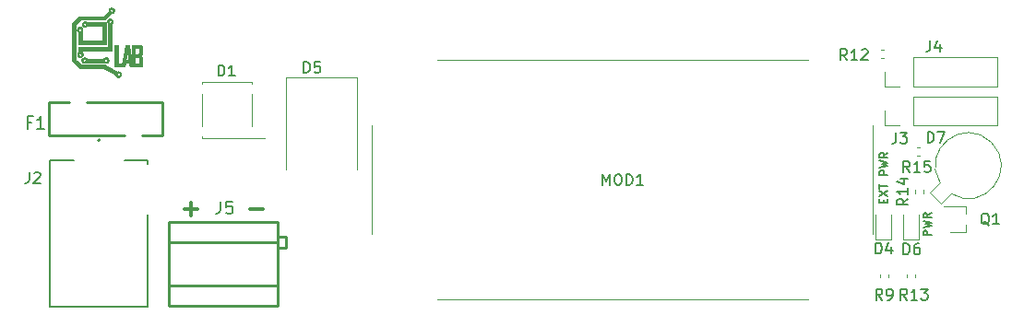
<source format=gto>
G04 #@! TF.GenerationSoftware,KiCad,Pcbnew,(5.1.10)-1*
G04 #@! TF.CreationDate,2021-12-24T20:30:38+01:00*
G04 #@! TF.ProjectId,pi_power_hat,70695f70-6f77-4657-925f-6861742e6b69,1.0*
G04 #@! TF.SameCoordinates,Original*
G04 #@! TF.FileFunction,Legend,Top*
G04 #@! TF.FilePolarity,Positive*
%FSLAX46Y46*%
G04 Gerber Fmt 4.6, Leading zero omitted, Abs format (unit mm)*
G04 Created by KiCad (PCBNEW (5.1.10)-1) date 2021-12-24 20:30:38*
%MOMM*%
%LPD*%
G01*
G04 APERTURE LIST*
%ADD10C,0.300000*%
%ADD11C,0.187500*%
%ADD12C,0.010000*%
%ADD13C,0.127000*%
%ADD14C,0.200000*%
%ADD15C,0.120000*%
%ADD16C,0.254000*%
%ADD17C,0.150000*%
%ADD18C,0.152000*%
%ADD19O,2.102000X4.102000*%
%ADD20O,4.102000X2.102000*%
%ADD21O,1.802000X1.802000*%
%ADD22C,2.802000*%
%ADD23O,1.302000X1.702000*%
%ADD24O,1.302000X1.302000*%
%ADD25C,2.302000*%
%ADD26C,1.902000*%
G04 APERTURE END LIST*
D10*
X113428571Y-112107142D02*
X114571428Y-112107142D01*
X107428571Y-112107142D02*
X108571428Y-112107142D01*
X108000000Y-112678571D02*
X108000000Y-111535714D01*
D11*
X175944285Y-114487000D02*
X175194285Y-114487000D01*
X175194285Y-114201285D01*
X175230000Y-114129857D01*
X175265714Y-114094142D01*
X175337142Y-114058428D01*
X175444285Y-114058428D01*
X175515714Y-114094142D01*
X175551428Y-114129857D01*
X175587142Y-114201285D01*
X175587142Y-114487000D01*
X175194285Y-113808428D02*
X175944285Y-113629857D01*
X175408571Y-113487000D01*
X175944285Y-113344142D01*
X175194285Y-113165571D01*
X175944285Y-112451285D02*
X175587142Y-112701285D01*
X175944285Y-112879857D02*
X175194285Y-112879857D01*
X175194285Y-112594142D01*
X175230000Y-112522714D01*
X175265714Y-112487000D01*
X175337142Y-112451285D01*
X175444285Y-112451285D01*
X175515714Y-112487000D01*
X175551428Y-112522714D01*
X175587142Y-112594142D01*
X175587142Y-112879857D01*
X171551428Y-111504857D02*
X171551428Y-111254857D01*
X171944285Y-111147714D02*
X171944285Y-111504857D01*
X171194285Y-111504857D01*
X171194285Y-111147714D01*
X171194285Y-110897714D02*
X171944285Y-110397714D01*
X171194285Y-110397714D02*
X171944285Y-110897714D01*
X171194285Y-110219142D02*
X171194285Y-109790571D01*
X171944285Y-110004857D02*
X171194285Y-110004857D01*
X171944285Y-108969142D02*
X171194285Y-108969142D01*
X171194285Y-108683428D01*
X171230000Y-108612000D01*
X171265714Y-108576285D01*
X171337142Y-108540571D01*
X171444285Y-108540571D01*
X171515714Y-108576285D01*
X171551428Y-108612000D01*
X171587142Y-108683428D01*
X171587142Y-108969142D01*
X171194285Y-108290571D02*
X171944285Y-108112000D01*
X171408571Y-107969142D01*
X171944285Y-107826285D01*
X171194285Y-107647714D01*
X171944285Y-106933428D02*
X171587142Y-107183428D01*
X171944285Y-107362000D02*
X171194285Y-107362000D01*
X171194285Y-107076285D01*
X171230000Y-107004857D01*
X171265714Y-106969142D01*
X171337142Y-106933428D01*
X171444285Y-106933428D01*
X171515714Y-106969142D01*
X171551428Y-107004857D01*
X171587142Y-107076285D01*
X171587142Y-107362000D01*
D12*
G36*
X100751542Y-93589862D02*
G01*
X100788817Y-93598558D01*
X100800334Y-93603604D01*
X100859390Y-93643279D01*
X100904671Y-93691312D01*
X100935434Y-93746556D01*
X100950933Y-93807863D01*
X100952734Y-93838502D01*
X100945539Y-93906365D01*
X100924376Y-93966585D01*
X100889879Y-94017453D01*
X100883962Y-94023792D01*
X100839301Y-94060404D01*
X100788661Y-94086188D01*
X100736875Y-94098903D01*
X100719855Y-94099851D01*
X100677476Y-94099934D01*
X100381234Y-94396267D01*
X100084991Y-94692600D01*
X98984634Y-94692601D01*
X97884277Y-94692601D01*
X97653205Y-94923112D01*
X97422134Y-95153623D01*
X97422134Y-98346081D01*
X97657140Y-98580974D01*
X97892145Y-98815867D01*
X100044040Y-98815867D01*
X100238037Y-98922566D01*
X100304402Y-98959041D01*
X100378842Y-98999911D01*
X100456015Y-99042247D01*
X100530576Y-99083116D01*
X100597182Y-99119587D01*
X100614067Y-99128825D01*
X100674898Y-99162098D01*
X100745753Y-99200855D01*
X100821797Y-99242455D01*
X100898200Y-99284253D01*
X100970130Y-99323605D01*
X101005451Y-99342931D01*
X101214802Y-99457475D01*
X101246751Y-99446076D01*
X101292260Y-99436364D01*
X101344359Y-99435372D01*
X101395232Y-99442923D01*
X101418062Y-99449960D01*
X101474509Y-99479119D01*
X101521038Y-99520651D01*
X101553867Y-99566104D01*
X101568113Y-99590841D01*
X101576872Y-99610949D01*
X101581470Y-99632060D01*
X101583236Y-99659804D01*
X101583501Y-99691824D01*
X101580213Y-99749554D01*
X101569158Y-99796259D01*
X101548541Y-99836758D01*
X101516571Y-99875868D01*
X101514086Y-99878446D01*
X101469440Y-99915143D01*
X101418694Y-99938357D01*
X101359006Y-99949189D01*
X101328736Y-99950318D01*
X101290578Y-99949437D01*
X101262221Y-99945686D01*
X101236587Y-99937569D01*
X101209698Y-99925145D01*
X101171915Y-99904064D01*
X101143780Y-99881795D01*
X101120691Y-99853625D01*
X101098049Y-99814845D01*
X101093612Y-99806269D01*
X101081887Y-99784181D01*
X101070896Y-99767584D01*
X101057466Y-99753742D01*
X101038424Y-99739923D01*
X101010596Y-99723392D01*
X100973840Y-99703073D01*
X100966622Y-99699122D01*
X101194446Y-99699122D01*
X101202398Y-99741210D01*
X101221457Y-99778650D01*
X101250717Y-99806737D01*
X101251525Y-99807250D01*
X101282412Y-99819112D01*
X101320636Y-99823327D01*
X101360108Y-99820249D01*
X101394736Y-99810235D01*
X101414559Y-99797747D01*
X101444924Y-99758977D01*
X101459499Y-99715299D01*
X101457940Y-99668743D01*
X101443304Y-99627694D01*
X101418886Y-99596850D01*
X101383745Y-99573935D01*
X101343426Y-99562183D01*
X101329501Y-99561306D01*
X101293165Y-99567882D01*
X101255713Y-99585054D01*
X101224617Y-99608988D01*
X101215478Y-99619811D01*
X101198504Y-99657087D01*
X101194446Y-99699122D01*
X100966622Y-99699122D01*
X100791287Y-99603157D01*
X100614797Y-99506499D01*
X100446438Y-99414230D01*
X100288275Y-99327484D01*
X100142376Y-99247393D01*
X100106085Y-99227458D01*
X99957936Y-99146067D01*
X97752324Y-99146067D01*
X97422129Y-98816617D01*
X97091934Y-98487166D01*
X97091934Y-95018648D01*
X97419976Y-94690524D01*
X97748019Y-94362401D01*
X98848921Y-94362400D01*
X99949824Y-94362400D01*
X100192381Y-94118984D01*
X100434938Y-93875567D01*
X100435058Y-93845934D01*
X100563293Y-93845934D01*
X100570145Y-93893624D01*
X100590778Y-93931519D01*
X100625315Y-93959824D01*
X100631001Y-93962897D01*
X100673358Y-93977037D01*
X100716034Y-93977798D01*
X100754227Y-93965337D01*
X100764795Y-93958525D01*
X100798227Y-93926255D01*
X100817149Y-93888513D01*
X100823360Y-93852635D01*
X100820432Y-93804565D01*
X100803588Y-93765937D01*
X100772496Y-93736081D01*
X100762234Y-93729784D01*
X100718182Y-93713456D01*
X100674876Y-93712306D01*
X100635081Y-93724719D01*
X100601565Y-93749080D01*
X100577094Y-93783773D01*
X100564433Y-93827185D01*
X100563293Y-93845934D01*
X100435058Y-93845934D01*
X100435118Y-93831140D01*
X100443528Y-93772862D01*
X100467111Y-93717278D01*
X100504107Y-93667075D01*
X100552753Y-93624938D01*
X100581936Y-93607178D01*
X100615780Y-93595224D01*
X100659206Y-93588290D01*
X100706399Y-93586471D01*
X100751542Y-93589862D01*
G37*
X100751542Y-93589862D02*
X100788817Y-93598558D01*
X100800334Y-93603604D01*
X100859390Y-93643279D01*
X100904671Y-93691312D01*
X100935434Y-93746556D01*
X100950933Y-93807863D01*
X100952734Y-93838502D01*
X100945539Y-93906365D01*
X100924376Y-93966585D01*
X100889879Y-94017453D01*
X100883962Y-94023792D01*
X100839301Y-94060404D01*
X100788661Y-94086188D01*
X100736875Y-94098903D01*
X100719855Y-94099851D01*
X100677476Y-94099934D01*
X100381234Y-94396267D01*
X100084991Y-94692600D01*
X98984634Y-94692601D01*
X97884277Y-94692601D01*
X97653205Y-94923112D01*
X97422134Y-95153623D01*
X97422134Y-98346081D01*
X97657140Y-98580974D01*
X97892145Y-98815867D01*
X100044040Y-98815867D01*
X100238037Y-98922566D01*
X100304402Y-98959041D01*
X100378842Y-98999911D01*
X100456015Y-99042247D01*
X100530576Y-99083116D01*
X100597182Y-99119587D01*
X100614067Y-99128825D01*
X100674898Y-99162098D01*
X100745753Y-99200855D01*
X100821797Y-99242455D01*
X100898200Y-99284253D01*
X100970130Y-99323605D01*
X101005451Y-99342931D01*
X101214802Y-99457475D01*
X101246751Y-99446076D01*
X101292260Y-99436364D01*
X101344359Y-99435372D01*
X101395232Y-99442923D01*
X101418062Y-99449960D01*
X101474509Y-99479119D01*
X101521038Y-99520651D01*
X101553867Y-99566104D01*
X101568113Y-99590841D01*
X101576872Y-99610949D01*
X101581470Y-99632060D01*
X101583236Y-99659804D01*
X101583501Y-99691824D01*
X101580213Y-99749554D01*
X101569158Y-99796259D01*
X101548541Y-99836758D01*
X101516571Y-99875868D01*
X101514086Y-99878446D01*
X101469440Y-99915143D01*
X101418694Y-99938357D01*
X101359006Y-99949189D01*
X101328736Y-99950318D01*
X101290578Y-99949437D01*
X101262221Y-99945686D01*
X101236587Y-99937569D01*
X101209698Y-99925145D01*
X101171915Y-99904064D01*
X101143780Y-99881795D01*
X101120691Y-99853625D01*
X101098049Y-99814845D01*
X101093612Y-99806269D01*
X101081887Y-99784181D01*
X101070896Y-99767584D01*
X101057466Y-99753742D01*
X101038424Y-99739923D01*
X101010596Y-99723392D01*
X100973840Y-99703073D01*
X100966622Y-99699122D01*
X101194446Y-99699122D01*
X101202398Y-99741210D01*
X101221457Y-99778650D01*
X101250717Y-99806737D01*
X101251525Y-99807250D01*
X101282412Y-99819112D01*
X101320636Y-99823327D01*
X101360108Y-99820249D01*
X101394736Y-99810235D01*
X101414559Y-99797747D01*
X101444924Y-99758977D01*
X101459499Y-99715299D01*
X101457940Y-99668743D01*
X101443304Y-99627694D01*
X101418886Y-99596850D01*
X101383745Y-99573935D01*
X101343426Y-99562183D01*
X101329501Y-99561306D01*
X101293165Y-99567882D01*
X101255713Y-99585054D01*
X101224617Y-99608988D01*
X101215478Y-99619811D01*
X101198504Y-99657087D01*
X101194446Y-99699122D01*
X100966622Y-99699122D01*
X100791287Y-99603157D01*
X100614797Y-99506499D01*
X100446438Y-99414230D01*
X100288275Y-99327484D01*
X100142376Y-99247393D01*
X100106085Y-99227458D01*
X99957936Y-99146067D01*
X97752324Y-99146067D01*
X97422129Y-98816617D01*
X97091934Y-98487166D01*
X97091934Y-95018648D01*
X97419976Y-94690524D01*
X97748019Y-94362401D01*
X98848921Y-94362400D01*
X99949824Y-94362400D01*
X100192381Y-94118984D01*
X100434938Y-93875567D01*
X100435058Y-93845934D01*
X100563293Y-93845934D01*
X100570145Y-93893624D01*
X100590778Y-93931519D01*
X100625315Y-93959824D01*
X100631001Y-93962897D01*
X100673358Y-93977037D01*
X100716034Y-93977798D01*
X100754227Y-93965337D01*
X100764795Y-93958525D01*
X100798227Y-93926255D01*
X100817149Y-93888513D01*
X100823360Y-93852635D01*
X100820432Y-93804565D01*
X100803588Y-93765937D01*
X100772496Y-93736081D01*
X100762234Y-93729784D01*
X100718182Y-93713456D01*
X100674876Y-93712306D01*
X100635081Y-93724719D01*
X100601565Y-93749080D01*
X100577094Y-93783773D01*
X100564433Y-93827185D01*
X100563293Y-93845934D01*
X100435058Y-93845934D01*
X100435118Y-93831140D01*
X100443528Y-93772862D01*
X100467111Y-93717278D01*
X100504107Y-93667075D01*
X100552753Y-93624938D01*
X100581936Y-93607178D01*
X100615780Y-93595224D01*
X100659206Y-93588290D01*
X100706399Y-93586471D01*
X100751542Y-93589862D01*
G36*
X102314929Y-97090599D02*
G01*
X102321322Y-97124475D01*
X102328459Y-97164426D01*
X102332865Y-97190267D01*
X102337575Y-97217210D01*
X102344783Y-97256659D01*
X102353724Y-97304503D01*
X102363631Y-97356632D01*
X102370730Y-97393467D01*
X102381172Y-97447439D01*
X102393810Y-97512967D01*
X102407666Y-97584973D01*
X102421764Y-97658378D01*
X102435127Y-97728105D01*
X102438328Y-97744834D01*
X102460014Y-97858229D01*
X102478767Y-97956301D01*
X102494837Y-98040358D01*
X102508473Y-98111706D01*
X102519924Y-98171654D01*
X102529441Y-98221511D01*
X102537273Y-98262583D01*
X102543669Y-98296179D01*
X102548880Y-98323607D01*
X102553155Y-98346174D01*
X102556743Y-98365189D01*
X102557831Y-98370974D01*
X102563906Y-98402391D01*
X102568880Y-98426472D01*
X102571903Y-98439154D01*
X102572297Y-98440123D01*
X102572544Y-98432149D01*
X102572721Y-98408489D01*
X102572830Y-98370392D01*
X102572871Y-98319108D01*
X102572845Y-98255883D01*
X102572755Y-98181966D01*
X102572628Y-98113134D01*
X102874667Y-98113134D01*
X102874667Y-98748134D01*
X103238734Y-98748134D01*
X103238734Y-98206371D01*
X103167949Y-98159752D01*
X103097163Y-98113134D01*
X102874667Y-98113134D01*
X102572628Y-98113134D01*
X102572601Y-98098606D01*
X102572384Y-98007051D01*
X102572107Y-97908548D01*
X102571770Y-97804347D01*
X102571572Y-97748631D01*
X102569969Y-97308801D01*
X102874667Y-97308801D01*
X102874667Y-97868938D01*
X102985280Y-97864198D01*
X103027449Y-97861981D01*
X103063824Y-97859301D01*
X103090879Y-97856473D01*
X103105091Y-97853812D01*
X103105930Y-97853427D01*
X103117143Y-97845882D01*
X103138085Y-97831152D01*
X103164800Y-97812028D01*
X103173117Y-97806019D01*
X103230267Y-97764642D01*
X103230267Y-97308801D01*
X102874667Y-97308801D01*
X102569969Y-97308801D01*
X102569044Y-97055330D01*
X102589318Y-97050241D01*
X102601676Y-97049274D01*
X102629218Y-97048479D01*
X102670195Y-97047865D01*
X102722860Y-97047442D01*
X102785462Y-97047221D01*
X102856255Y-97047210D01*
X102933489Y-97047421D01*
X103015180Y-97047860D01*
X103109848Y-97048544D01*
X103189057Y-97049261D01*
X103254282Y-97050069D01*
X103306996Y-97051024D01*
X103348674Y-97052184D01*
X103380791Y-97053605D01*
X103404820Y-97055346D01*
X103422236Y-97057462D01*
X103434513Y-97060013D01*
X103443126Y-97063053D01*
X103446167Y-97064579D01*
X103485886Y-97095253D01*
X103512459Y-97135410D01*
X103516961Y-97147081D01*
X103519474Y-97163184D01*
X103521621Y-97193776D01*
X103523397Y-97236417D01*
X103524799Y-97288664D01*
X103525824Y-97348078D01*
X103526467Y-97412217D01*
X103526724Y-97478642D01*
X103526592Y-97544910D01*
X103526066Y-97608582D01*
X103525143Y-97667217D01*
X103523819Y-97718374D01*
X103522090Y-97759611D01*
X103519952Y-97788490D01*
X103517998Y-97800863D01*
X103503815Y-97837125D01*
X103481370Y-97869183D01*
X103448026Y-97899983D01*
X103401149Y-97932472D01*
X103399300Y-97933633D01*
X103368851Y-97953145D01*
X103344434Y-97969643D01*
X103329226Y-97980932D01*
X103325785Y-97984433D01*
X103331704Y-97991119D01*
X103349125Y-98004213D01*
X103374976Y-98021500D01*
X103392251Y-98032347D01*
X103451107Y-98073472D01*
X103494199Y-98114695D01*
X103521057Y-98155526D01*
X103527260Y-98172018D01*
X103529608Y-98189248D01*
X103531463Y-98222767D01*
X103532815Y-98271940D01*
X103533654Y-98336127D01*
X103533969Y-98414694D01*
X103533750Y-98507002D01*
X103533430Y-98559140D01*
X103532769Y-98646344D01*
X103532118Y-98718223D01*
X103531392Y-98776381D01*
X103530506Y-98822425D01*
X103529375Y-98857962D01*
X103527916Y-98884598D01*
X103526042Y-98903941D01*
X103523670Y-98917595D01*
X103520715Y-98927168D01*
X103517092Y-98934267D01*
X103513377Y-98939617D01*
X103486347Y-98969085D01*
X103454872Y-98988289D01*
X103413655Y-99000154D01*
X103399332Y-99002607D01*
X103378841Y-99004360D01*
X103342673Y-99005858D01*
X103292084Y-99007087D01*
X103228331Y-99008034D01*
X103152668Y-99008683D01*
X103066351Y-99009021D01*
X102970636Y-99009034D01*
X102866778Y-99008707D01*
X102861967Y-99008684D01*
X102379367Y-99006367D01*
X102360878Y-98880272D01*
X102353440Y-98830154D01*
X102345923Y-98780555D01*
X102339091Y-98736442D01*
X102333704Y-98702780D01*
X102332596Y-98696122D01*
X102322804Y-98638067D01*
X102146687Y-98638067D01*
X102087901Y-98638108D01*
X102043848Y-98638387D01*
X102012327Y-98639134D01*
X101991140Y-98640582D01*
X101978085Y-98642963D01*
X101970961Y-98646508D01*
X101967570Y-98651450D01*
X101965931Y-98657117D01*
X101963198Y-98671497D01*
X101958514Y-98699488D01*
X101952382Y-98737947D01*
X101945305Y-98783729D01*
X101939178Y-98824334D01*
X101931522Y-98873781D01*
X101924088Y-98918465D01*
X101917440Y-98955239D01*
X101912141Y-98980956D01*
X101909214Y-98991551D01*
X101901364Y-99010601D01*
X101456416Y-99010601D01*
X101353834Y-99010518D01*
X101267064Y-99010254D01*
X101194989Y-99009782D01*
X101136490Y-99009074D01*
X101090445Y-99008106D01*
X101055738Y-99006850D01*
X101031248Y-99005280D01*
X101015856Y-99003370D01*
X101008443Y-99001093D01*
X101007439Y-99000017D01*
X101006930Y-98990323D01*
X101006478Y-98964771D01*
X101006083Y-98924435D01*
X101005749Y-98870391D01*
X101005476Y-98803712D01*
X101005268Y-98725474D01*
X101005125Y-98636751D01*
X101005050Y-98538618D01*
X101005046Y-98432151D01*
X101005114Y-98318424D01*
X101005256Y-98198511D01*
X101005474Y-98073487D01*
X101005588Y-98020001D01*
X101007767Y-97050567D01*
X101295634Y-97050567D01*
X101297782Y-97893001D01*
X101299929Y-98735434D01*
X101475582Y-98733092D01*
X101528793Y-98732234D01*
X101576453Y-98731183D01*
X101615890Y-98730021D01*
X101644434Y-98728831D01*
X101659411Y-98727693D01*
X101660755Y-98727415D01*
X101667369Y-98717761D01*
X101673515Y-98696939D01*
X101675931Y-98683191D01*
X101679313Y-98662223D01*
X101685392Y-98627968D01*
X101693555Y-98583746D01*
X101703189Y-98532877D01*
X101713680Y-98478679D01*
X101714799Y-98472967D01*
X101726773Y-98411690D01*
X101734768Y-98370565D01*
X102011067Y-98370565D01*
X102013105Y-98375419D01*
X102020762Y-98378811D01*
X102036352Y-98380932D01*
X102062191Y-98381969D01*
X102100592Y-98382111D01*
X102146876Y-98381643D01*
X102197541Y-98380877D01*
X102233631Y-98379923D01*
X102257508Y-98378443D01*
X102271530Y-98376103D01*
X102278056Y-98372567D01*
X102279446Y-98367498D01*
X102278636Y-98362901D01*
X102275668Y-98347542D01*
X102270193Y-98315901D01*
X102262283Y-98268429D01*
X102252013Y-98205581D01*
X102239456Y-98127808D01*
X102224686Y-98035562D01*
X102207775Y-97929298D01*
X102188798Y-97809467D01*
X102188618Y-97808334D01*
X102178971Y-97747657D01*
X102169947Y-97691608D01*
X102161951Y-97642629D01*
X102155383Y-97603165D01*
X102150646Y-97575657D01*
X102148203Y-97562801D01*
X102144613Y-97549213D01*
X102142497Y-97550717D01*
X102140325Y-97567034D01*
X102138105Y-97582784D01*
X102133461Y-97613071D01*
X102126746Y-97655728D01*
X102118312Y-97708586D01*
X102108509Y-97769478D01*
X102097691Y-97836237D01*
X102086208Y-97906695D01*
X102074412Y-97978685D01*
X102062655Y-98050039D01*
X102051289Y-98118589D01*
X102040666Y-98182167D01*
X102036337Y-98207889D01*
X102028180Y-98256932D01*
X102021119Y-98300709D01*
X102015612Y-98336274D01*
X102012116Y-98360680D01*
X102011067Y-98370565D01*
X101734768Y-98370565D01*
X101740829Y-98339395D01*
X101755880Y-98261695D01*
X101770838Y-98184207D01*
X101784616Y-98112546D01*
X101786938Y-98100434D01*
X101799921Y-98032865D01*
X101813860Y-97960675D01*
X101827790Y-97888840D01*
X101840744Y-97822335D01*
X101851757Y-97766138D01*
X101854288Y-97753301D01*
X101868607Y-97680511D01*
X101885307Y-97595156D01*
X101903596Y-97501305D01*
X101922684Y-97403027D01*
X101941779Y-97304390D01*
X101960093Y-97209463D01*
X101971108Y-97152167D01*
X101990610Y-97050567D01*
X102148367Y-97048266D01*
X102306123Y-97045965D01*
X102314929Y-97090599D01*
G37*
X102314929Y-97090599D02*
X102321322Y-97124475D01*
X102328459Y-97164426D01*
X102332865Y-97190267D01*
X102337575Y-97217210D01*
X102344783Y-97256659D01*
X102353724Y-97304503D01*
X102363631Y-97356632D01*
X102370730Y-97393467D01*
X102381172Y-97447439D01*
X102393810Y-97512967D01*
X102407666Y-97584973D01*
X102421764Y-97658378D01*
X102435127Y-97728105D01*
X102438328Y-97744834D01*
X102460014Y-97858229D01*
X102478767Y-97956301D01*
X102494837Y-98040358D01*
X102508473Y-98111706D01*
X102519924Y-98171654D01*
X102529441Y-98221511D01*
X102537273Y-98262583D01*
X102543669Y-98296179D01*
X102548880Y-98323607D01*
X102553155Y-98346174D01*
X102556743Y-98365189D01*
X102557831Y-98370974D01*
X102563906Y-98402391D01*
X102568880Y-98426472D01*
X102571903Y-98439154D01*
X102572297Y-98440123D01*
X102572544Y-98432149D01*
X102572721Y-98408489D01*
X102572830Y-98370392D01*
X102572871Y-98319108D01*
X102572845Y-98255883D01*
X102572755Y-98181966D01*
X102572628Y-98113134D01*
X102874667Y-98113134D01*
X102874667Y-98748134D01*
X103238734Y-98748134D01*
X103238734Y-98206371D01*
X103167949Y-98159752D01*
X103097163Y-98113134D01*
X102874667Y-98113134D01*
X102572628Y-98113134D01*
X102572601Y-98098606D01*
X102572384Y-98007051D01*
X102572107Y-97908548D01*
X102571770Y-97804347D01*
X102571572Y-97748631D01*
X102569969Y-97308801D01*
X102874667Y-97308801D01*
X102874667Y-97868938D01*
X102985280Y-97864198D01*
X103027449Y-97861981D01*
X103063824Y-97859301D01*
X103090879Y-97856473D01*
X103105091Y-97853812D01*
X103105930Y-97853427D01*
X103117143Y-97845882D01*
X103138085Y-97831152D01*
X103164800Y-97812028D01*
X103173117Y-97806019D01*
X103230267Y-97764642D01*
X103230267Y-97308801D01*
X102874667Y-97308801D01*
X102569969Y-97308801D01*
X102569044Y-97055330D01*
X102589318Y-97050241D01*
X102601676Y-97049274D01*
X102629218Y-97048479D01*
X102670195Y-97047865D01*
X102722860Y-97047442D01*
X102785462Y-97047221D01*
X102856255Y-97047210D01*
X102933489Y-97047421D01*
X103015180Y-97047860D01*
X103109848Y-97048544D01*
X103189057Y-97049261D01*
X103254282Y-97050069D01*
X103306996Y-97051024D01*
X103348674Y-97052184D01*
X103380791Y-97053605D01*
X103404820Y-97055346D01*
X103422236Y-97057462D01*
X103434513Y-97060013D01*
X103443126Y-97063053D01*
X103446167Y-97064579D01*
X103485886Y-97095253D01*
X103512459Y-97135410D01*
X103516961Y-97147081D01*
X103519474Y-97163184D01*
X103521621Y-97193776D01*
X103523397Y-97236417D01*
X103524799Y-97288664D01*
X103525824Y-97348078D01*
X103526467Y-97412217D01*
X103526724Y-97478642D01*
X103526592Y-97544910D01*
X103526066Y-97608582D01*
X103525143Y-97667217D01*
X103523819Y-97718374D01*
X103522090Y-97759611D01*
X103519952Y-97788490D01*
X103517998Y-97800863D01*
X103503815Y-97837125D01*
X103481370Y-97869183D01*
X103448026Y-97899983D01*
X103401149Y-97932472D01*
X103399300Y-97933633D01*
X103368851Y-97953145D01*
X103344434Y-97969643D01*
X103329226Y-97980932D01*
X103325785Y-97984433D01*
X103331704Y-97991119D01*
X103349125Y-98004213D01*
X103374976Y-98021500D01*
X103392251Y-98032347D01*
X103451107Y-98073472D01*
X103494199Y-98114695D01*
X103521057Y-98155526D01*
X103527260Y-98172018D01*
X103529608Y-98189248D01*
X103531463Y-98222767D01*
X103532815Y-98271940D01*
X103533654Y-98336127D01*
X103533969Y-98414694D01*
X103533750Y-98507002D01*
X103533430Y-98559140D01*
X103532769Y-98646344D01*
X103532118Y-98718223D01*
X103531392Y-98776381D01*
X103530506Y-98822425D01*
X103529375Y-98857962D01*
X103527916Y-98884598D01*
X103526042Y-98903941D01*
X103523670Y-98917595D01*
X103520715Y-98927168D01*
X103517092Y-98934267D01*
X103513377Y-98939617D01*
X103486347Y-98969085D01*
X103454872Y-98988289D01*
X103413655Y-99000154D01*
X103399332Y-99002607D01*
X103378841Y-99004360D01*
X103342673Y-99005858D01*
X103292084Y-99007087D01*
X103228331Y-99008034D01*
X103152668Y-99008683D01*
X103066351Y-99009021D01*
X102970636Y-99009034D01*
X102866778Y-99008707D01*
X102861967Y-99008684D01*
X102379367Y-99006367D01*
X102360878Y-98880272D01*
X102353440Y-98830154D01*
X102345923Y-98780555D01*
X102339091Y-98736442D01*
X102333704Y-98702780D01*
X102332596Y-98696122D01*
X102322804Y-98638067D01*
X102146687Y-98638067D01*
X102087901Y-98638108D01*
X102043848Y-98638387D01*
X102012327Y-98639134D01*
X101991140Y-98640582D01*
X101978085Y-98642963D01*
X101970961Y-98646508D01*
X101967570Y-98651450D01*
X101965931Y-98657117D01*
X101963198Y-98671497D01*
X101958514Y-98699488D01*
X101952382Y-98737947D01*
X101945305Y-98783729D01*
X101939178Y-98824334D01*
X101931522Y-98873781D01*
X101924088Y-98918465D01*
X101917440Y-98955239D01*
X101912141Y-98980956D01*
X101909214Y-98991551D01*
X101901364Y-99010601D01*
X101456416Y-99010601D01*
X101353834Y-99010518D01*
X101267064Y-99010254D01*
X101194989Y-99009782D01*
X101136490Y-99009074D01*
X101090445Y-99008106D01*
X101055738Y-99006850D01*
X101031248Y-99005280D01*
X101015856Y-99003370D01*
X101008443Y-99001093D01*
X101007439Y-99000017D01*
X101006930Y-98990323D01*
X101006478Y-98964771D01*
X101006083Y-98924435D01*
X101005749Y-98870391D01*
X101005476Y-98803712D01*
X101005268Y-98725474D01*
X101005125Y-98636751D01*
X101005050Y-98538618D01*
X101005046Y-98432151D01*
X101005114Y-98318424D01*
X101005256Y-98198511D01*
X101005474Y-98073487D01*
X101005588Y-98020001D01*
X101007767Y-97050567D01*
X101295634Y-97050567D01*
X101297782Y-97893001D01*
X101299929Y-98735434D01*
X101475582Y-98733092D01*
X101528793Y-98732234D01*
X101576453Y-98731183D01*
X101615890Y-98730021D01*
X101644434Y-98728831D01*
X101659411Y-98727693D01*
X101660755Y-98727415D01*
X101667369Y-98717761D01*
X101673515Y-98696939D01*
X101675931Y-98683191D01*
X101679313Y-98662223D01*
X101685392Y-98627968D01*
X101693555Y-98583746D01*
X101703189Y-98532877D01*
X101713680Y-98478679D01*
X101714799Y-98472967D01*
X101726773Y-98411690D01*
X101734768Y-98370565D01*
X102011067Y-98370565D01*
X102013105Y-98375419D01*
X102020762Y-98378811D01*
X102036352Y-98380932D01*
X102062191Y-98381969D01*
X102100592Y-98382111D01*
X102146876Y-98381643D01*
X102197541Y-98380877D01*
X102233631Y-98379923D01*
X102257508Y-98378443D01*
X102271530Y-98376103D01*
X102278056Y-98372567D01*
X102279446Y-98367498D01*
X102278636Y-98362901D01*
X102275668Y-98347542D01*
X102270193Y-98315901D01*
X102262283Y-98268429D01*
X102252013Y-98205581D01*
X102239456Y-98127808D01*
X102224686Y-98035562D01*
X102207775Y-97929298D01*
X102188798Y-97809467D01*
X102188618Y-97808334D01*
X102178971Y-97747657D01*
X102169947Y-97691608D01*
X102161951Y-97642629D01*
X102155383Y-97603165D01*
X102150646Y-97575657D01*
X102148203Y-97562801D01*
X102144613Y-97549213D01*
X102142497Y-97550717D01*
X102140325Y-97567034D01*
X102138105Y-97582784D01*
X102133461Y-97613071D01*
X102126746Y-97655728D01*
X102118312Y-97708586D01*
X102108509Y-97769478D01*
X102097691Y-97836237D01*
X102086208Y-97906695D01*
X102074412Y-97978685D01*
X102062655Y-98050039D01*
X102051289Y-98118589D01*
X102040666Y-98182167D01*
X102036337Y-98207889D01*
X102028180Y-98256932D01*
X102021119Y-98300709D01*
X102015612Y-98336274D01*
X102012116Y-98360680D01*
X102011067Y-98370565D01*
X101734768Y-98370565D01*
X101740829Y-98339395D01*
X101755880Y-98261695D01*
X101770838Y-98184207D01*
X101784616Y-98112546D01*
X101786938Y-98100434D01*
X101799921Y-98032865D01*
X101813860Y-97960675D01*
X101827790Y-97888840D01*
X101840744Y-97822335D01*
X101851757Y-97766138D01*
X101854288Y-97753301D01*
X101868607Y-97680511D01*
X101885307Y-97595156D01*
X101903596Y-97501305D01*
X101922684Y-97403027D01*
X101941779Y-97304390D01*
X101960093Y-97209463D01*
X101971108Y-97152167D01*
X101990610Y-97050567D01*
X102148367Y-97048266D01*
X102306123Y-97045965D01*
X102314929Y-97090599D01*
G36*
X100215851Y-98143804D02*
G01*
X100243861Y-98147500D01*
X100269132Y-98155603D01*
X100295377Y-98167904D01*
X100348679Y-98203214D01*
X100389554Y-98247250D01*
X100418154Y-98297710D01*
X100434629Y-98352293D01*
X100439130Y-98408699D01*
X100431809Y-98464627D01*
X100412816Y-98517776D01*
X100382303Y-98565845D01*
X100340420Y-98606535D01*
X100287320Y-98637543D01*
X100263956Y-98646400D01*
X100209274Y-98659898D01*
X100159447Y-98661515D01*
X100109393Y-98650777D01*
X100054030Y-98627211D01*
X100053109Y-98626746D01*
X99991767Y-98595658D01*
X98391567Y-98595658D01*
X98329558Y-98627084D01*
X98265755Y-98652058D01*
X98203618Y-98662000D01*
X98145254Y-98656648D01*
X98129100Y-98652120D01*
X98088311Y-98636647D01*
X98056380Y-98618486D01*
X98025348Y-98592969D01*
X98020453Y-98588383D01*
X97979193Y-98538405D01*
X97952346Y-98481682D01*
X97940528Y-98420830D01*
X97942801Y-98383799D01*
X98067046Y-98383799D01*
X98067576Y-98424874D01*
X98080734Y-98462582D01*
X98104386Y-98494676D01*
X98136397Y-98518913D01*
X98174633Y-98533045D01*
X98216960Y-98534827D01*
X98255256Y-98524666D01*
X98290071Y-98501725D01*
X98315887Y-98468176D01*
X98331160Y-98428296D01*
X98333568Y-98396564D01*
X100046321Y-98396564D01*
X100050667Y-98437250D01*
X100067310Y-98474802D01*
X100096145Y-98505699D01*
X100114838Y-98517417D01*
X100156419Y-98533029D01*
X100195438Y-98534029D01*
X100237652Y-98520555D01*
X100238109Y-98520348D01*
X100273113Y-98496248D01*
X100297283Y-98462978D01*
X100310340Y-98424139D01*
X100312003Y-98383330D01*
X100301990Y-98344152D01*
X100280022Y-98310205D01*
X100256009Y-98290633D01*
X100221559Y-98277737D01*
X100180078Y-98273778D01*
X100138911Y-98278743D01*
X100108106Y-98290888D01*
X100074936Y-98319863D01*
X100054376Y-98356261D01*
X100046321Y-98396564D01*
X98333568Y-98396564D01*
X98334343Y-98386359D01*
X98323891Y-98346644D01*
X98321378Y-98341734D01*
X98293535Y-98305331D01*
X98256987Y-98283037D01*
X98210595Y-98274209D01*
X98201067Y-98274001D01*
X98152707Y-98280487D01*
X98114529Y-98300284D01*
X98085638Y-98333899D01*
X98081277Y-98341602D01*
X98067046Y-98383799D01*
X97942801Y-98383799D01*
X97944357Y-98358464D01*
X97956285Y-98316334D01*
X97987559Y-98255586D01*
X98030059Y-98207236D01*
X98082778Y-98171974D01*
X98144710Y-98150490D01*
X98208697Y-98143487D01*
X98244850Y-98143995D01*
X98271119Y-98147525D01*
X98294487Y-98155631D01*
X98318376Y-98167882D01*
X98350179Y-98188877D01*
X98381412Y-98214811D01*
X98395644Y-98229265D01*
X98427569Y-98265534D01*
X99949854Y-98265534D01*
X99985525Y-98227629D01*
X100014161Y-98201604D01*
X100047845Y-98177060D01*
X100065748Y-98166492D01*
X100092694Y-98153972D01*
X100117901Y-98146830D01*
X100148145Y-98143651D01*
X100178034Y-98143014D01*
X100215851Y-98143804D01*
G37*
X100215851Y-98143804D02*
X100243861Y-98147500D01*
X100269132Y-98155603D01*
X100295377Y-98167904D01*
X100348679Y-98203214D01*
X100389554Y-98247250D01*
X100418154Y-98297710D01*
X100434629Y-98352293D01*
X100439130Y-98408699D01*
X100431809Y-98464627D01*
X100412816Y-98517776D01*
X100382303Y-98565845D01*
X100340420Y-98606535D01*
X100287320Y-98637543D01*
X100263956Y-98646400D01*
X100209274Y-98659898D01*
X100159447Y-98661515D01*
X100109393Y-98650777D01*
X100054030Y-98627211D01*
X100053109Y-98626746D01*
X99991767Y-98595658D01*
X98391567Y-98595658D01*
X98329558Y-98627084D01*
X98265755Y-98652058D01*
X98203618Y-98662000D01*
X98145254Y-98656648D01*
X98129100Y-98652120D01*
X98088311Y-98636647D01*
X98056380Y-98618486D01*
X98025348Y-98592969D01*
X98020453Y-98588383D01*
X97979193Y-98538405D01*
X97952346Y-98481682D01*
X97940528Y-98420830D01*
X97942801Y-98383799D01*
X98067046Y-98383799D01*
X98067576Y-98424874D01*
X98080734Y-98462582D01*
X98104386Y-98494676D01*
X98136397Y-98518913D01*
X98174633Y-98533045D01*
X98216960Y-98534827D01*
X98255256Y-98524666D01*
X98290071Y-98501725D01*
X98315887Y-98468176D01*
X98331160Y-98428296D01*
X98333568Y-98396564D01*
X100046321Y-98396564D01*
X100050667Y-98437250D01*
X100067310Y-98474802D01*
X100096145Y-98505699D01*
X100114838Y-98517417D01*
X100156419Y-98533029D01*
X100195438Y-98534029D01*
X100237652Y-98520555D01*
X100238109Y-98520348D01*
X100273113Y-98496248D01*
X100297283Y-98462978D01*
X100310340Y-98424139D01*
X100312003Y-98383330D01*
X100301990Y-98344152D01*
X100280022Y-98310205D01*
X100256009Y-98290633D01*
X100221559Y-98277737D01*
X100180078Y-98273778D01*
X100138911Y-98278743D01*
X100108106Y-98290888D01*
X100074936Y-98319863D01*
X100054376Y-98356261D01*
X100046321Y-98396564D01*
X98333568Y-98396564D01*
X98334343Y-98386359D01*
X98323891Y-98346644D01*
X98321378Y-98341734D01*
X98293535Y-98305331D01*
X98256987Y-98283037D01*
X98210595Y-98274209D01*
X98201067Y-98274001D01*
X98152707Y-98280487D01*
X98114529Y-98300284D01*
X98085638Y-98333899D01*
X98081277Y-98341602D01*
X98067046Y-98383799D01*
X97942801Y-98383799D01*
X97944357Y-98358464D01*
X97956285Y-98316334D01*
X97987559Y-98255586D01*
X98030059Y-98207236D01*
X98082778Y-98171974D01*
X98144710Y-98150490D01*
X98208697Y-98143487D01*
X98244850Y-98143995D01*
X98271119Y-98147525D01*
X98294487Y-98155631D01*
X98318376Y-98167882D01*
X98350179Y-98188877D01*
X98381412Y-98214811D01*
X98395644Y-98229265D01*
X98427569Y-98265534D01*
X99949854Y-98265534D01*
X99985525Y-98227629D01*
X100014161Y-98201604D01*
X100047845Y-98177060D01*
X100065748Y-98166492D01*
X100092694Y-98153972D01*
X100117901Y-98146830D01*
X100148145Y-98143651D01*
X100178034Y-98143014D01*
X100215851Y-98143804D01*
G36*
X100644643Y-94587045D02*
G01*
X100700625Y-94610886D01*
X100750487Y-94648629D01*
X100792280Y-94699535D01*
X100814828Y-94740707D01*
X100826133Y-94768054D01*
X100832072Y-94792032D01*
X100833733Y-94819589D01*
X100832468Y-94853245D01*
X100822176Y-94917218D01*
X100798406Y-94972486D01*
X100759766Y-95022202D01*
X100756485Y-95025540D01*
X100732658Y-95049446D01*
X100730512Y-96270140D01*
X100728367Y-97490834D01*
X97972467Y-97495118D01*
X97972467Y-97666998D01*
X98013492Y-97710376D01*
X98049809Y-97757008D01*
X98071940Y-97806720D01*
X98081220Y-97863339D01*
X98081071Y-97904224D01*
X98069907Y-97970552D01*
X98044135Y-98028384D01*
X98004027Y-98077297D01*
X97949857Y-98116872D01*
X97938600Y-98122989D01*
X97905627Y-98134658D01*
X97862965Y-98142372D01*
X97816970Y-98145683D01*
X97774000Y-98144144D01*
X97740411Y-98137305D01*
X97739634Y-98137020D01*
X97693756Y-98113293D01*
X97649658Y-98078755D01*
X97611959Y-98037818D01*
X97585281Y-97994891D01*
X97581550Y-97986134D01*
X97564273Y-97920877D01*
X97564031Y-97884534D01*
X97693112Y-97884534D01*
X97700366Y-97931193D01*
X97720377Y-97969824D01*
X97750444Y-97998767D01*
X97787867Y-98016362D01*
X97829945Y-98020947D01*
X97873977Y-98010863D01*
X97887933Y-98004324D01*
X97923930Y-97977326D01*
X97946137Y-97941357D01*
X97955228Y-97895214D01*
X97955534Y-97883430D01*
X97954686Y-97855157D01*
X97950237Y-97835721D01*
X97939325Y-97818281D01*
X97919092Y-97795998D01*
X97918885Y-97795783D01*
X97897777Y-97774735D01*
X97881437Y-97763295D01*
X97863241Y-97758546D01*
X97836562Y-97757568D01*
X97832102Y-97757565D01*
X97781814Y-97764248D01*
X97741472Y-97783380D01*
X97712470Y-97813686D01*
X97696200Y-97853895D01*
X97693112Y-97884534D01*
X97564031Y-97884534D01*
X97563848Y-97857276D01*
X97580275Y-97795338D01*
X97608981Y-97741745D01*
X97642267Y-97691899D01*
X97642267Y-97164867D01*
X100402401Y-97164867D01*
X100402401Y-95038350D01*
X100372879Y-95002323D01*
X100339282Y-94948789D01*
X100319691Y-94889220D01*
X100315825Y-94842234D01*
X100444765Y-94842234D01*
X100445948Y-94874062D01*
X100450817Y-94895696D01*
X100461284Y-94913784D01*
X100467597Y-94921673D01*
X100504057Y-94953022D01*
X100546607Y-94969139D01*
X100592907Y-94969476D01*
X100628214Y-94959242D01*
X100666110Y-94935305D01*
X100692096Y-94902203D01*
X100705759Y-94863199D01*
X100706684Y-94821561D01*
X100694461Y-94780552D01*
X100668674Y-94743439D01*
X100656902Y-94732422D01*
X100637815Y-94718848D01*
X100617732Y-94711927D01*
X100589746Y-94709627D01*
X100579130Y-94709534D01*
X100527932Y-94714891D01*
X100489451Y-94731316D01*
X100463148Y-94759343D01*
X100448484Y-94799503D01*
X100444765Y-94842234D01*
X100315825Y-94842234D01*
X100314580Y-94827109D01*
X100324427Y-94765951D01*
X100336314Y-94734154D01*
X100362514Y-94685978D01*
X100392903Y-94649874D01*
X100432157Y-94620990D01*
X100459475Y-94606297D01*
X100522119Y-94584013D01*
X100584492Y-94577841D01*
X100644643Y-94587045D01*
G37*
X100644643Y-94587045D02*
X100700625Y-94610886D01*
X100750487Y-94648629D01*
X100792280Y-94699535D01*
X100814828Y-94740707D01*
X100826133Y-94768054D01*
X100832072Y-94792032D01*
X100833733Y-94819589D01*
X100832468Y-94853245D01*
X100822176Y-94917218D01*
X100798406Y-94972486D01*
X100759766Y-95022202D01*
X100756485Y-95025540D01*
X100732658Y-95049446D01*
X100730512Y-96270140D01*
X100728367Y-97490834D01*
X97972467Y-97495118D01*
X97972467Y-97666998D01*
X98013492Y-97710376D01*
X98049809Y-97757008D01*
X98071940Y-97806720D01*
X98081220Y-97863339D01*
X98081071Y-97904224D01*
X98069907Y-97970552D01*
X98044135Y-98028384D01*
X98004027Y-98077297D01*
X97949857Y-98116872D01*
X97938600Y-98122989D01*
X97905627Y-98134658D01*
X97862965Y-98142372D01*
X97816970Y-98145683D01*
X97774000Y-98144144D01*
X97740411Y-98137305D01*
X97739634Y-98137020D01*
X97693756Y-98113293D01*
X97649658Y-98078755D01*
X97611959Y-98037818D01*
X97585281Y-97994891D01*
X97581550Y-97986134D01*
X97564273Y-97920877D01*
X97564031Y-97884534D01*
X97693112Y-97884534D01*
X97700366Y-97931193D01*
X97720377Y-97969824D01*
X97750444Y-97998767D01*
X97787867Y-98016362D01*
X97829945Y-98020947D01*
X97873977Y-98010863D01*
X97887933Y-98004324D01*
X97923930Y-97977326D01*
X97946137Y-97941357D01*
X97955228Y-97895214D01*
X97955534Y-97883430D01*
X97954686Y-97855157D01*
X97950237Y-97835721D01*
X97939325Y-97818281D01*
X97919092Y-97795998D01*
X97918885Y-97795783D01*
X97897777Y-97774735D01*
X97881437Y-97763295D01*
X97863241Y-97758546D01*
X97836562Y-97757568D01*
X97832102Y-97757565D01*
X97781814Y-97764248D01*
X97741472Y-97783380D01*
X97712470Y-97813686D01*
X97696200Y-97853895D01*
X97693112Y-97884534D01*
X97564031Y-97884534D01*
X97563848Y-97857276D01*
X97580275Y-97795338D01*
X97608981Y-97741745D01*
X97642267Y-97691899D01*
X97642267Y-97164867D01*
X100402401Y-97164867D01*
X100402401Y-95038350D01*
X100372879Y-95002323D01*
X100339282Y-94948789D01*
X100319691Y-94889220D01*
X100315825Y-94842234D01*
X100444765Y-94842234D01*
X100445948Y-94874062D01*
X100450817Y-94895696D01*
X100461284Y-94913784D01*
X100467597Y-94921673D01*
X100504057Y-94953022D01*
X100546607Y-94969139D01*
X100592907Y-94969476D01*
X100628214Y-94959242D01*
X100666110Y-94935305D01*
X100692096Y-94902203D01*
X100705759Y-94863199D01*
X100706684Y-94821561D01*
X100694461Y-94780552D01*
X100668674Y-94743439D01*
X100656902Y-94732422D01*
X100637815Y-94718848D01*
X100617732Y-94711927D01*
X100589746Y-94709627D01*
X100579130Y-94709534D01*
X100527932Y-94714891D01*
X100489451Y-94731316D01*
X100463148Y-94759343D01*
X100448484Y-94799503D01*
X100444765Y-94842234D01*
X100315825Y-94842234D01*
X100314580Y-94827109D01*
X100324427Y-94765951D01*
X100336314Y-94734154D01*
X100362514Y-94685978D01*
X100392903Y-94649874D01*
X100432157Y-94620990D01*
X100459475Y-94606297D01*
X100522119Y-94584013D01*
X100584492Y-94577841D01*
X100644643Y-94587045D01*
G36*
X98306865Y-94842369D02*
G01*
X98368782Y-94862091D01*
X98424164Y-94897337D01*
X98427680Y-94900297D01*
X98462450Y-94930059D01*
X99328709Y-94931980D01*
X100194967Y-94933901D01*
X100197119Y-95930851D01*
X100199270Y-96927801D01*
X97633801Y-96927801D01*
X97633801Y-95821989D01*
X97605468Y-95794528D01*
X97568289Y-95748361D01*
X97544798Y-95694394D01*
X97534142Y-95630603D01*
X97533765Y-95623934D01*
X97534313Y-95614614D01*
X97659232Y-95614614D01*
X97666711Y-95659005D01*
X97687213Y-95695670D01*
X97717949Y-95722949D01*
X97756131Y-95739179D01*
X97798971Y-95742699D01*
X97843682Y-95731848D01*
X97850704Y-95728723D01*
X97886116Y-95703538D01*
X97908899Y-95667380D01*
X97919315Y-95619821D01*
X97919590Y-95616021D01*
X97915612Y-95568077D01*
X97897871Y-95529235D01*
X97867637Y-95500805D01*
X97826180Y-95484093D01*
X97787553Y-95480032D01*
X97753957Y-95482531D01*
X97727558Y-95491914D01*
X97709499Y-95503284D01*
X97681791Y-95528891D01*
X97665767Y-95560076D01*
X97659501Y-95601104D01*
X97659232Y-95614614D01*
X97534313Y-95614614D01*
X97537825Y-95554988D01*
X97556856Y-95493910D01*
X97590663Y-95441036D01*
X97639050Y-95396705D01*
X97679981Y-95371716D01*
X97706250Y-95359729D01*
X97731508Y-95352942D01*
X97762401Y-95350023D01*
X97790434Y-95349566D01*
X97828951Y-95350581D01*
X97857298Y-95354530D01*
X97882165Y-95362767D01*
X97901586Y-95372070D01*
X97956411Y-95408233D01*
X98000317Y-95455255D01*
X98020559Y-95486073D01*
X98033960Y-95513408D01*
X98042009Y-95543073D01*
X98046396Y-95581733D01*
X98046923Y-95590083D01*
X98047399Y-95640568D01*
X98040989Y-95681587D01*
X98025911Y-95719821D01*
X98001519Y-95760264D01*
X97972780Y-95802971D01*
X97972299Y-96202402D01*
X97971818Y-96601834D01*
X98039876Y-96601611D01*
X98057697Y-96601562D01*
X98091223Y-96601480D01*
X98139224Y-96601367D01*
X98200472Y-96601226D01*
X98273737Y-96601061D01*
X98357791Y-96600872D01*
X98451404Y-96600665D01*
X98553348Y-96600440D01*
X98662394Y-96600201D01*
X98777313Y-96599951D01*
X98896875Y-96599692D01*
X98988467Y-96599494D01*
X99869000Y-96597600D01*
X99869000Y-95259867D01*
X98461536Y-95259867D01*
X98431339Y-95286381D01*
X98379272Y-95323130D01*
X98322604Y-95344883D01*
X98258088Y-95352835D01*
X98250490Y-95352918D01*
X98213589Y-95351973D01*
X98185879Y-95347831D01*
X98159675Y-95338702D01*
X98132218Y-95325360D01*
X98078972Y-95289035D01*
X98037500Y-95242705D01*
X98008659Y-95188946D01*
X97993307Y-95130334D01*
X97992798Y-95099558D01*
X98122506Y-95099558D01*
X98128211Y-95141844D01*
X98138914Y-95168373D01*
X98164884Y-95197525D01*
X98200978Y-95216964D01*
X98242788Y-95225667D01*
X98285904Y-95222612D01*
X98319733Y-95210302D01*
X98353937Y-95183953D01*
X98375460Y-95150337D01*
X98385052Y-95112478D01*
X98383466Y-95073400D01*
X98371453Y-95036128D01*
X98349764Y-95003684D01*
X98319152Y-94979094D01*
X98280369Y-94965380D01*
X98258389Y-94963547D01*
X98214002Y-94969824D01*
X98174799Y-94987153D01*
X98145584Y-95013225D01*
X98140905Y-95020017D01*
X98126770Y-95056519D01*
X98122506Y-95099558D01*
X97992798Y-95099558D01*
X97992299Y-95069444D01*
X98006494Y-95008852D01*
X98018086Y-94982337D01*
X98055199Y-94925630D01*
X98101909Y-94882864D01*
X98158007Y-94854175D01*
X98223284Y-94839699D01*
X98239167Y-94838418D01*
X98306865Y-94842369D01*
G37*
X98306865Y-94842369D02*
X98368782Y-94862091D01*
X98424164Y-94897337D01*
X98427680Y-94900297D01*
X98462450Y-94930059D01*
X99328709Y-94931980D01*
X100194967Y-94933901D01*
X100197119Y-95930851D01*
X100199270Y-96927801D01*
X97633801Y-96927801D01*
X97633801Y-95821989D01*
X97605468Y-95794528D01*
X97568289Y-95748361D01*
X97544798Y-95694394D01*
X97534142Y-95630603D01*
X97533765Y-95623934D01*
X97534313Y-95614614D01*
X97659232Y-95614614D01*
X97666711Y-95659005D01*
X97687213Y-95695670D01*
X97717949Y-95722949D01*
X97756131Y-95739179D01*
X97798971Y-95742699D01*
X97843682Y-95731848D01*
X97850704Y-95728723D01*
X97886116Y-95703538D01*
X97908899Y-95667380D01*
X97919315Y-95619821D01*
X97919590Y-95616021D01*
X97915612Y-95568077D01*
X97897871Y-95529235D01*
X97867637Y-95500805D01*
X97826180Y-95484093D01*
X97787553Y-95480032D01*
X97753957Y-95482531D01*
X97727558Y-95491914D01*
X97709499Y-95503284D01*
X97681791Y-95528891D01*
X97665767Y-95560076D01*
X97659501Y-95601104D01*
X97659232Y-95614614D01*
X97534313Y-95614614D01*
X97537825Y-95554988D01*
X97556856Y-95493910D01*
X97590663Y-95441036D01*
X97639050Y-95396705D01*
X97679981Y-95371716D01*
X97706250Y-95359729D01*
X97731508Y-95352942D01*
X97762401Y-95350023D01*
X97790434Y-95349566D01*
X97828951Y-95350581D01*
X97857298Y-95354530D01*
X97882165Y-95362767D01*
X97901586Y-95372070D01*
X97956411Y-95408233D01*
X98000317Y-95455255D01*
X98020559Y-95486073D01*
X98033960Y-95513408D01*
X98042009Y-95543073D01*
X98046396Y-95581733D01*
X98046923Y-95590083D01*
X98047399Y-95640568D01*
X98040989Y-95681587D01*
X98025911Y-95719821D01*
X98001519Y-95760264D01*
X97972780Y-95802971D01*
X97972299Y-96202402D01*
X97971818Y-96601834D01*
X98039876Y-96601611D01*
X98057697Y-96601562D01*
X98091223Y-96601480D01*
X98139224Y-96601367D01*
X98200472Y-96601226D01*
X98273737Y-96601061D01*
X98357791Y-96600872D01*
X98451404Y-96600665D01*
X98553348Y-96600440D01*
X98662394Y-96600201D01*
X98777313Y-96599951D01*
X98896875Y-96599692D01*
X98988467Y-96599494D01*
X99869000Y-96597600D01*
X99869000Y-95259867D01*
X98461536Y-95259867D01*
X98431339Y-95286381D01*
X98379272Y-95323130D01*
X98322604Y-95344883D01*
X98258088Y-95352835D01*
X98250490Y-95352918D01*
X98213589Y-95351973D01*
X98185879Y-95347831D01*
X98159675Y-95338702D01*
X98132218Y-95325360D01*
X98078972Y-95289035D01*
X98037500Y-95242705D01*
X98008659Y-95188946D01*
X97993307Y-95130334D01*
X97992798Y-95099558D01*
X98122506Y-95099558D01*
X98128211Y-95141844D01*
X98138914Y-95168373D01*
X98164884Y-95197525D01*
X98200978Y-95216964D01*
X98242788Y-95225667D01*
X98285904Y-95222612D01*
X98319733Y-95210302D01*
X98353937Y-95183953D01*
X98375460Y-95150337D01*
X98385052Y-95112478D01*
X98383466Y-95073400D01*
X98371453Y-95036128D01*
X98349764Y-95003684D01*
X98319152Y-94979094D01*
X98280369Y-94965380D01*
X98258389Y-94963547D01*
X98214002Y-94969824D01*
X98174799Y-94987153D01*
X98145584Y-95013225D01*
X98140905Y-95020017D01*
X98126770Y-95056519D01*
X98122506Y-95099558D01*
X97992798Y-95099558D01*
X97992299Y-95069444D01*
X98006494Y-95008852D01*
X98018086Y-94982337D01*
X98055199Y-94925630D01*
X98101909Y-94882864D01*
X98158007Y-94854175D01*
X98223284Y-94839699D01*
X98239167Y-94838418D01*
X98306865Y-94842369D01*
D13*
X95055000Y-121077000D02*
X95055000Y-107577000D01*
X95055000Y-107577000D02*
X97205000Y-107577000D01*
X101905000Y-107577000D02*
X104055000Y-107577000D01*
X104055000Y-107577000D02*
X104055000Y-107927000D01*
X104055000Y-112627000D02*
X104055000Y-121077000D01*
X104055000Y-121077000D02*
X95055000Y-121077000D01*
D14*
X99655000Y-105777000D02*
G75*
G03*
X99655000Y-105777000I-100000J0D01*
G01*
D15*
X171702000Y-100798000D02*
X171702000Y-99468000D01*
X173032000Y-100798000D02*
X171702000Y-100798000D01*
X174302000Y-100798000D02*
X174302000Y-98138000D01*
X174302000Y-98138000D02*
X181982000Y-98138000D01*
X174302000Y-100798000D02*
X181982000Y-100798000D01*
X181982000Y-100798000D02*
X181982000Y-98138000D01*
X124600000Y-104400000D02*
X124600000Y-114400000D01*
X170600000Y-104400000D02*
X170600000Y-114400000D01*
X164600000Y-120400000D02*
X130600000Y-120400000D01*
X130600000Y-98400000D02*
X164600000Y-98400000D01*
X173725000Y-118083359D02*
X173725000Y-118390641D01*
X174485000Y-118083359D02*
X174485000Y-118390641D01*
X113575000Y-101487000D02*
X113575000Y-104487000D01*
X108975000Y-104487000D02*
X108975000Y-101487000D01*
X113575000Y-100387000D02*
X113575000Y-100587000D01*
X108975000Y-100387000D02*
X113575000Y-100387000D01*
X108975000Y-100587000D02*
X108975000Y-100387000D01*
X108975000Y-105587000D02*
X114775000Y-105587000D01*
X108975000Y-105387000D02*
X108975000Y-105587000D01*
X116745000Y-100027000D02*
X123245000Y-100027000D01*
X116745000Y-100027000D02*
X116745000Y-108427000D01*
X123245000Y-100027000D02*
X123245000Y-108427000D01*
X176837501Y-111582448D02*
X177749669Y-110670281D01*
X175847552Y-110592499D02*
X176837501Y-111582448D01*
X176759719Y-109680331D02*
X175847552Y-110592499D01*
X177749456Y-110670150D02*
G75*
G03*
X176759719Y-109680331I1582544J2572150D01*
G01*
X181982000Y-104398000D02*
X181982000Y-101738000D01*
X174302000Y-104398000D02*
X181982000Y-104398000D01*
X174302000Y-101738000D02*
X181982000Y-101738000D01*
X174302000Y-104398000D02*
X174302000Y-101738000D01*
X173032000Y-104398000D02*
X171702000Y-104398000D01*
X171702000Y-104398000D02*
X171702000Y-103068000D01*
X177675000Y-114197000D02*
X179085000Y-114197000D01*
X179085000Y-111877000D02*
X177055000Y-111877000D01*
X179085000Y-111877000D02*
X179085000Y-112537000D01*
X179085000Y-113537000D02*
X179085000Y-114197000D01*
X171225000Y-118083359D02*
X171225000Y-118390641D01*
X171985000Y-118083359D02*
X171985000Y-118390641D01*
X171608641Y-98217000D02*
X171301359Y-98217000D01*
X171608641Y-97457000D02*
X171301359Y-97457000D01*
X174475000Y-110333359D02*
X174475000Y-110640641D01*
X175235000Y-110333359D02*
X175235000Y-110640641D01*
X174601359Y-107217000D02*
X174908641Y-107217000D01*
X174601359Y-106457000D02*
X174908641Y-106457000D01*
X172295400Y-114900700D02*
X172295400Y-112615700D01*
X170825400Y-114900700D02*
X172295400Y-114900700D01*
X170825400Y-112615700D02*
X170825400Y-114900700D01*
X173349400Y-112635200D02*
X173349400Y-114920200D01*
X173349400Y-114920200D02*
X174819400Y-114920200D01*
X174819400Y-114920200D02*
X174819400Y-112635200D01*
D16*
X105985000Y-113307000D02*
X115985000Y-113307000D01*
X115985000Y-113307000D02*
X115985000Y-121007000D01*
X105985000Y-113307000D02*
X105985000Y-121007000D01*
X105985000Y-121007000D02*
X115985000Y-121007000D01*
X105985000Y-115106000D02*
X115985000Y-115106000D01*
X105985000Y-119152000D02*
X115985000Y-119152000D01*
X116065000Y-114640000D02*
X116693000Y-114640000D01*
X116693000Y-114640000D02*
X116693000Y-115681000D01*
X116693000Y-115681000D02*
X116065000Y-115681000D01*
X105390000Y-102250000D02*
X105390000Y-105350000D01*
X94990000Y-105350000D02*
X94990000Y-102250000D01*
X94990000Y-102250000D02*
X96841000Y-102250000D01*
X98439000Y-102250000D02*
X105390000Y-102250000D01*
X94990000Y-105350000D02*
X101941000Y-105350000D01*
X103539000Y-105350000D02*
X105390000Y-105350000D01*
D17*
X93166666Y-108702380D02*
X93166666Y-109416666D01*
X93119047Y-109559523D01*
X93023809Y-109654761D01*
X92880952Y-109702380D01*
X92785714Y-109702380D01*
X93595238Y-108797619D02*
X93642857Y-108750000D01*
X93738095Y-108702380D01*
X93976190Y-108702380D01*
X94071428Y-108750000D01*
X94119047Y-108797619D01*
X94166666Y-108892857D01*
X94166666Y-108988095D01*
X94119047Y-109130952D01*
X93547619Y-109702380D01*
X94166666Y-109702380D01*
X175841066Y-96607380D02*
X175841066Y-97321666D01*
X175793447Y-97464523D01*
X175698209Y-97559761D01*
X175555352Y-97607380D01*
X175460114Y-97607380D01*
X176745828Y-96940714D02*
X176745828Y-97607380D01*
X176507733Y-96559761D02*
X176269638Y-97274047D01*
X176888685Y-97274047D01*
X145766066Y-109875580D02*
X145766066Y-108875580D01*
X146099400Y-109589866D01*
X146432733Y-108875580D01*
X146432733Y-109875580D01*
X147099400Y-108875580D02*
X147289876Y-108875580D01*
X147385114Y-108923200D01*
X147480352Y-109018438D01*
X147527971Y-109208914D01*
X147527971Y-109542247D01*
X147480352Y-109732723D01*
X147385114Y-109827961D01*
X147289876Y-109875580D01*
X147099400Y-109875580D01*
X147004161Y-109827961D01*
X146908923Y-109732723D01*
X146861304Y-109542247D01*
X146861304Y-109208914D01*
X146908923Y-109018438D01*
X147004161Y-108923200D01*
X147099400Y-108875580D01*
X147956542Y-109875580D02*
X147956542Y-108875580D01*
X148194638Y-108875580D01*
X148337495Y-108923200D01*
X148432733Y-109018438D01*
X148480352Y-109113676D01*
X148527971Y-109304152D01*
X148527971Y-109447009D01*
X148480352Y-109637485D01*
X148432733Y-109732723D01*
X148337495Y-109827961D01*
X148194638Y-109875580D01*
X147956542Y-109875580D01*
X149480352Y-109875580D02*
X148908923Y-109875580D01*
X149194638Y-109875580D02*
X149194638Y-108875580D01*
X149099400Y-109018438D01*
X149004161Y-109113676D01*
X148908923Y-109161295D01*
X173712142Y-120439380D02*
X173378809Y-119963190D01*
X173140714Y-120439380D02*
X173140714Y-119439380D01*
X173521666Y-119439380D01*
X173616904Y-119487000D01*
X173664523Y-119534619D01*
X173712142Y-119629857D01*
X173712142Y-119772714D01*
X173664523Y-119867952D01*
X173616904Y-119915571D01*
X173521666Y-119963190D01*
X173140714Y-119963190D01*
X174664523Y-120439380D02*
X174093095Y-120439380D01*
X174378809Y-120439380D02*
X174378809Y-119439380D01*
X174283571Y-119582238D01*
X174188333Y-119677476D01*
X174093095Y-119725095D01*
X174997857Y-119439380D02*
X175616904Y-119439380D01*
X175283571Y-119820333D01*
X175426428Y-119820333D01*
X175521666Y-119867952D01*
X175569285Y-119915571D01*
X175616904Y-120010809D01*
X175616904Y-120248904D01*
X175569285Y-120344142D01*
X175521666Y-120391761D01*
X175426428Y-120439380D01*
X175140714Y-120439380D01*
X175045476Y-120391761D01*
X174997857Y-120344142D01*
X110511904Y-99852380D02*
X110511904Y-98852380D01*
X110750000Y-98852380D01*
X110892857Y-98900000D01*
X110988095Y-98995238D01*
X111035714Y-99090476D01*
X111083333Y-99280952D01*
X111083333Y-99423809D01*
X111035714Y-99614285D01*
X110988095Y-99709523D01*
X110892857Y-99804761D01*
X110750000Y-99852380D01*
X110511904Y-99852380D01*
X112035714Y-99852380D02*
X111464285Y-99852380D01*
X111750000Y-99852380D02*
X111750000Y-98852380D01*
X111654761Y-98995238D01*
X111559523Y-99090476D01*
X111464285Y-99138095D01*
X118361904Y-99552380D02*
X118361904Y-98552380D01*
X118600000Y-98552380D01*
X118742857Y-98600000D01*
X118838095Y-98695238D01*
X118885714Y-98790476D01*
X118933333Y-98980952D01*
X118933333Y-99123809D01*
X118885714Y-99314285D01*
X118838095Y-99409523D01*
X118742857Y-99504761D01*
X118600000Y-99552380D01*
X118361904Y-99552380D01*
X119838095Y-98552380D02*
X119361904Y-98552380D01*
X119314285Y-99028571D01*
X119361904Y-98980952D01*
X119457142Y-98933333D01*
X119695238Y-98933333D01*
X119790476Y-98980952D01*
X119838095Y-99028571D01*
X119885714Y-99123809D01*
X119885714Y-99361904D01*
X119838095Y-99457142D01*
X119790476Y-99504761D01*
X119695238Y-99552380D01*
X119457142Y-99552380D01*
X119361904Y-99504761D01*
X119314285Y-99457142D01*
X175616904Y-105989380D02*
X175616904Y-104989380D01*
X175855000Y-104989380D01*
X175997857Y-105037000D01*
X176093095Y-105132238D01*
X176140714Y-105227476D01*
X176188333Y-105417952D01*
X176188333Y-105560809D01*
X176140714Y-105751285D01*
X176093095Y-105846523D01*
X175997857Y-105941761D01*
X175855000Y-105989380D01*
X175616904Y-105989380D01*
X176521666Y-104989380D02*
X177188333Y-104989380D01*
X176759761Y-105989380D01*
X172716866Y-105040180D02*
X172716866Y-105754466D01*
X172669247Y-105897323D01*
X172574009Y-105992561D01*
X172431152Y-106040180D01*
X172335914Y-106040180D01*
X173097819Y-105040180D02*
X173716866Y-105040180D01*
X173383533Y-105421133D01*
X173526390Y-105421133D01*
X173621628Y-105468752D01*
X173669247Y-105516371D01*
X173716866Y-105611609D01*
X173716866Y-105849704D01*
X173669247Y-105944942D01*
X173621628Y-105992561D01*
X173526390Y-106040180D01*
X173240676Y-106040180D01*
X173145438Y-105992561D01*
X173097819Y-105944942D01*
X181259761Y-113584619D02*
X181164523Y-113537000D01*
X181069285Y-113441761D01*
X180926428Y-113298904D01*
X180831190Y-113251285D01*
X180735952Y-113251285D01*
X180783571Y-113489380D02*
X180688333Y-113441761D01*
X180593095Y-113346523D01*
X180545476Y-113156047D01*
X180545476Y-112822714D01*
X180593095Y-112632238D01*
X180688333Y-112537000D01*
X180783571Y-112489380D01*
X180974047Y-112489380D01*
X181069285Y-112537000D01*
X181164523Y-112632238D01*
X181212142Y-112822714D01*
X181212142Y-113156047D01*
X181164523Y-113346523D01*
X181069285Y-113441761D01*
X180974047Y-113489380D01*
X180783571Y-113489380D01*
X182164523Y-113489380D02*
X181593095Y-113489380D01*
X181878809Y-113489380D02*
X181878809Y-112489380D01*
X181783571Y-112632238D01*
X181688333Y-112727476D01*
X181593095Y-112775095D01*
X171438333Y-120439380D02*
X171105000Y-119963190D01*
X170866904Y-120439380D02*
X170866904Y-119439380D01*
X171247857Y-119439380D01*
X171343095Y-119487000D01*
X171390714Y-119534619D01*
X171438333Y-119629857D01*
X171438333Y-119772714D01*
X171390714Y-119867952D01*
X171343095Y-119915571D01*
X171247857Y-119963190D01*
X170866904Y-119963190D01*
X171914523Y-120439380D02*
X172105000Y-120439380D01*
X172200238Y-120391761D01*
X172247857Y-120344142D01*
X172343095Y-120201285D01*
X172390714Y-120010809D01*
X172390714Y-119629857D01*
X172343095Y-119534619D01*
X172295476Y-119487000D01*
X172200238Y-119439380D01*
X172009761Y-119439380D01*
X171914523Y-119487000D01*
X171866904Y-119534619D01*
X171819285Y-119629857D01*
X171819285Y-119867952D01*
X171866904Y-119963190D01*
X171914523Y-120010809D01*
X172009761Y-120058428D01*
X172200238Y-120058428D01*
X172295476Y-120010809D01*
X172343095Y-119963190D01*
X172390714Y-119867952D01*
X168212142Y-98389380D02*
X167878809Y-97913190D01*
X167640714Y-98389380D02*
X167640714Y-97389380D01*
X168021666Y-97389380D01*
X168116904Y-97437000D01*
X168164523Y-97484619D01*
X168212142Y-97579857D01*
X168212142Y-97722714D01*
X168164523Y-97817952D01*
X168116904Y-97865571D01*
X168021666Y-97913190D01*
X167640714Y-97913190D01*
X169164523Y-98389380D02*
X168593095Y-98389380D01*
X168878809Y-98389380D02*
X168878809Y-97389380D01*
X168783571Y-97532238D01*
X168688333Y-97627476D01*
X168593095Y-97675095D01*
X169545476Y-97484619D02*
X169593095Y-97437000D01*
X169688333Y-97389380D01*
X169926428Y-97389380D01*
X170021666Y-97437000D01*
X170069285Y-97484619D01*
X170116904Y-97579857D01*
X170116904Y-97675095D01*
X170069285Y-97817952D01*
X169497857Y-98389380D01*
X170116904Y-98389380D01*
X173807380Y-111129857D02*
X173331190Y-111463190D01*
X173807380Y-111701285D02*
X172807380Y-111701285D01*
X172807380Y-111320333D01*
X172855000Y-111225095D01*
X172902619Y-111177476D01*
X172997857Y-111129857D01*
X173140714Y-111129857D01*
X173235952Y-111177476D01*
X173283571Y-111225095D01*
X173331190Y-111320333D01*
X173331190Y-111701285D01*
X173807380Y-110177476D02*
X173807380Y-110748904D01*
X173807380Y-110463190D02*
X172807380Y-110463190D01*
X172950238Y-110558428D01*
X173045476Y-110653666D01*
X173093095Y-110748904D01*
X173140714Y-109320333D02*
X173807380Y-109320333D01*
X172759761Y-109558428D02*
X173474047Y-109796523D01*
X173474047Y-109177476D01*
X173962142Y-108689380D02*
X173628809Y-108213190D01*
X173390714Y-108689380D02*
X173390714Y-107689380D01*
X173771666Y-107689380D01*
X173866904Y-107737000D01*
X173914523Y-107784619D01*
X173962142Y-107879857D01*
X173962142Y-108022714D01*
X173914523Y-108117952D01*
X173866904Y-108165571D01*
X173771666Y-108213190D01*
X173390714Y-108213190D01*
X174914523Y-108689380D02*
X174343095Y-108689380D01*
X174628809Y-108689380D02*
X174628809Y-107689380D01*
X174533571Y-107832238D01*
X174438333Y-107927476D01*
X174343095Y-107975095D01*
X175819285Y-107689380D02*
X175343095Y-107689380D01*
X175295476Y-108165571D01*
X175343095Y-108117952D01*
X175438333Y-108070333D01*
X175676428Y-108070333D01*
X175771666Y-108117952D01*
X175819285Y-108165571D01*
X175866904Y-108260809D01*
X175866904Y-108498904D01*
X175819285Y-108594142D01*
X175771666Y-108641761D01*
X175676428Y-108689380D01*
X175438333Y-108689380D01*
X175343095Y-108641761D01*
X175295476Y-108594142D01*
X170829504Y-116197380D02*
X170829504Y-115197380D01*
X171067600Y-115197380D01*
X171210457Y-115245000D01*
X171305695Y-115340238D01*
X171353314Y-115435476D01*
X171400933Y-115625952D01*
X171400933Y-115768809D01*
X171353314Y-115959285D01*
X171305695Y-116054523D01*
X171210457Y-116149761D01*
X171067600Y-116197380D01*
X170829504Y-116197380D01*
X172258076Y-115530714D02*
X172258076Y-116197380D01*
X172019980Y-115149761D02*
X171781885Y-115864047D01*
X172400933Y-115864047D01*
X173394904Y-116248180D02*
X173394904Y-115248180D01*
X173633000Y-115248180D01*
X173775857Y-115295800D01*
X173871095Y-115391038D01*
X173918714Y-115486276D01*
X173966333Y-115676752D01*
X173966333Y-115819609D01*
X173918714Y-116010085D01*
X173871095Y-116105323D01*
X173775857Y-116200561D01*
X173633000Y-116248180D01*
X173394904Y-116248180D01*
X174823476Y-115248180D02*
X174633000Y-115248180D01*
X174537761Y-115295800D01*
X174490142Y-115343419D01*
X174394904Y-115486276D01*
X174347285Y-115676752D01*
X174347285Y-116057704D01*
X174394904Y-116152942D01*
X174442523Y-116200561D01*
X174537761Y-116248180D01*
X174728238Y-116248180D01*
X174823476Y-116200561D01*
X174871095Y-116152942D01*
X174918714Y-116057704D01*
X174918714Y-115819609D01*
X174871095Y-115724371D01*
X174823476Y-115676752D01*
X174728238Y-115629133D01*
X174537761Y-115629133D01*
X174442523Y-115676752D01*
X174394904Y-115724371D01*
X174347285Y-115819609D01*
D18*
X110697514Y-111374071D02*
X110697514Y-112190500D01*
X110643085Y-112353785D01*
X110534228Y-112462642D01*
X110370942Y-112517071D01*
X110262085Y-112517071D01*
X111786085Y-111374071D02*
X111241800Y-111374071D01*
X111187371Y-111918357D01*
X111241800Y-111863928D01*
X111350657Y-111809500D01*
X111622800Y-111809500D01*
X111731657Y-111863928D01*
X111786085Y-111918357D01*
X111840514Y-112027214D01*
X111840514Y-112299357D01*
X111786085Y-112408214D01*
X111731657Y-112462642D01*
X111622800Y-112517071D01*
X111350657Y-112517071D01*
X111241800Y-112462642D01*
X111187371Y-112408214D01*
X93351942Y-104118357D02*
X92970942Y-104118357D01*
X92970942Y-104717071D02*
X92970942Y-103574071D01*
X93515228Y-103574071D01*
X94549371Y-104717071D02*
X93896228Y-104717071D01*
X94222800Y-104717071D02*
X94222800Y-103574071D01*
X94113942Y-103737357D01*
X94005085Y-103846214D01*
X93896228Y-103900642D01*
%LPC*%
D19*
X104155000Y-110277000D03*
D20*
X99555000Y-107477000D03*
X99555000Y-113577000D03*
G36*
G01*
X173882000Y-100369000D02*
X172182000Y-100369000D01*
G75*
G02*
X172131000Y-100318000I0J51000D01*
G01*
X172131000Y-98618000D01*
G75*
G02*
X172182000Y-98567000I51000J0D01*
G01*
X173882000Y-98567000D01*
G75*
G02*
X173933000Y-98618000I0J-51000D01*
G01*
X173933000Y-100318000D01*
G75*
G02*
X173882000Y-100369000I-51000J0D01*
G01*
G37*
D21*
X175572000Y-99468000D03*
X178112000Y-99468000D03*
X180652000Y-99468000D03*
G36*
G01*
X165100000Y-98849000D02*
X170100000Y-98849000D01*
G75*
G02*
X170151000Y-98900000I0J-51000D01*
G01*
X170151000Y-103900000D01*
G75*
G02*
X170100000Y-103951000I-51000J0D01*
G01*
X165100000Y-103951000D01*
G75*
G02*
X165049000Y-103900000I0J51000D01*
G01*
X165049000Y-98900000D01*
G75*
G02*
X165100000Y-98849000I51000J0D01*
G01*
G37*
G36*
G01*
X165100000Y-114849000D02*
X170100000Y-114849000D01*
G75*
G02*
X170151000Y-114900000I0J-51000D01*
G01*
X170151000Y-119900000D01*
G75*
G02*
X170100000Y-119951000I-51000J0D01*
G01*
X165100000Y-119951000D01*
G75*
G02*
X165049000Y-119900000I0J51000D01*
G01*
X165049000Y-114900000D01*
G75*
G02*
X165100000Y-114849000I51000J0D01*
G01*
G37*
G36*
G01*
X125100000Y-98849000D02*
X130100000Y-98849000D01*
G75*
G02*
X130151000Y-98900000I0J-51000D01*
G01*
X130151000Y-103900000D01*
G75*
G02*
X130100000Y-103951000I-51000J0D01*
G01*
X125100000Y-103951000D01*
G75*
G02*
X125049000Y-103900000I0J51000D01*
G01*
X125049000Y-98900000D01*
G75*
G02*
X125100000Y-98849000I51000J0D01*
G01*
G37*
G36*
G01*
X125100000Y-114849000D02*
X130100000Y-114849000D01*
G75*
G02*
X130151000Y-114900000I0J-51000D01*
G01*
X130151000Y-119900000D01*
G75*
G02*
X130100000Y-119951000I-51000J0D01*
G01*
X125100000Y-119951000D01*
G75*
G02*
X125049000Y-119900000I0J51000D01*
G01*
X125049000Y-114900000D01*
G75*
G02*
X125100000Y-114849000I51000J0D01*
G01*
G37*
G36*
G01*
X151600000Y-98549000D02*
X155600000Y-98549000D01*
G75*
G02*
X158151000Y-101100000I0J-2551000D01*
G01*
X158151000Y-101100000D01*
G75*
G02*
X155600000Y-103651000I-2551000J0D01*
G01*
X151600000Y-103651000D01*
G75*
G02*
X149049000Y-101100000I0J2551000D01*
G01*
X149049000Y-101100000D01*
G75*
G02*
X151600000Y-98549000I2551000J0D01*
G01*
G37*
G36*
G01*
X125052000Y-94937000D02*
X126752000Y-94937000D01*
G75*
G02*
X126803000Y-94988000I0J-51000D01*
G01*
X126803000Y-96688000D01*
G75*
G02*
X126752000Y-96739000I-51000J0D01*
G01*
X125052000Y-96739000D01*
G75*
G02*
X125001000Y-96688000I0J51000D01*
G01*
X125001000Y-94988000D01*
G75*
G02*
X125052000Y-94937000I51000J0D01*
G01*
G37*
X125902000Y-93298000D03*
X128442000Y-95838000D03*
X128442000Y-93298000D03*
X130982000Y-95838000D03*
X130982000Y-93298000D03*
X133522000Y-95838000D03*
X133522000Y-93298000D03*
X136062000Y-95838000D03*
X136062000Y-93298000D03*
X138602000Y-95838000D03*
X138602000Y-93298000D03*
X141142000Y-95838000D03*
X141142000Y-93298000D03*
X143682000Y-95838000D03*
X143682000Y-93298000D03*
X146222000Y-95838000D03*
X146222000Y-93298000D03*
X148762000Y-95838000D03*
X148762000Y-93298000D03*
X151302000Y-95838000D03*
X151302000Y-93298000D03*
X153842000Y-95838000D03*
X153842000Y-93298000D03*
X156382000Y-95838000D03*
X156382000Y-93298000D03*
X158922000Y-95838000D03*
X158922000Y-93298000D03*
X161462000Y-95838000D03*
X161462000Y-93298000D03*
X164002000Y-95838000D03*
X164002000Y-93298000D03*
X166542000Y-95838000D03*
X166542000Y-93298000D03*
X169082000Y-95838000D03*
X169082000Y-93298000D03*
X171622000Y-95838000D03*
X171622000Y-93298000D03*
X174162000Y-95838000D03*
X174162000Y-93298000D03*
G36*
G01*
X173894500Y-117406000D02*
X174315500Y-117406000D01*
G75*
G02*
X174476000Y-117566500I0J-160500D01*
G01*
X174476000Y-117887500D01*
G75*
G02*
X174315500Y-118048000I-160500J0D01*
G01*
X173894500Y-118048000D01*
G75*
G02*
X173734000Y-117887500I0J160500D01*
G01*
X173734000Y-117566500D01*
G75*
G02*
X173894500Y-117406000I160500J0D01*
G01*
G37*
G36*
G01*
X173894500Y-118426000D02*
X174315500Y-118426000D01*
G75*
G02*
X174476000Y-118586500I0J-160500D01*
G01*
X174476000Y-118907500D01*
G75*
G02*
X174315500Y-119068000I-160500J0D01*
G01*
X173894500Y-119068000D01*
G75*
G02*
X173734000Y-118907500I0J160500D01*
G01*
X173734000Y-118586500D01*
G75*
G02*
X173894500Y-118426000I160500J0D01*
G01*
G37*
D22*
X121032000Y-94568000D03*
X179032000Y-94568000D03*
X179032000Y-117568000D03*
X121032000Y-117568000D03*
G36*
G01*
X114801000Y-104636999D02*
X114801000Y-105337001D01*
G75*
G02*
X114750001Y-105388000I-50999J0D01*
G01*
X113749999Y-105388000D01*
G75*
G02*
X113699000Y-105337001I0J50999D01*
G01*
X113699000Y-104636999D01*
G75*
G02*
X113749999Y-104586000I50999J0D01*
G01*
X114750001Y-104586000D01*
G75*
G02*
X114801000Y-104636999I0J-50999D01*
G01*
G37*
G36*
G01*
X114801000Y-100636999D02*
X114801000Y-101337001D01*
G75*
G02*
X114750001Y-101388000I-50999J0D01*
G01*
X113749999Y-101388000D01*
G75*
G02*
X113699000Y-101337001I0J50999D01*
G01*
X113699000Y-100636999D01*
G75*
G02*
X113749999Y-100586000I50999J0D01*
G01*
X114750001Y-100586000D01*
G75*
G02*
X114801000Y-100636999I0J-50999D01*
G01*
G37*
G36*
G01*
X108851000Y-100636999D02*
X108851000Y-101337001D01*
G75*
G02*
X108800001Y-101388000I-50999J0D01*
G01*
X107799999Y-101388000D01*
G75*
G02*
X107749000Y-101337001I0J50999D01*
G01*
X107749000Y-100636999D01*
G75*
G02*
X107799999Y-100586000I50999J0D01*
G01*
X108800001Y-100586000D01*
G75*
G02*
X108851000Y-100636999I0J-50999D01*
G01*
G37*
G36*
G01*
X108851000Y-104636999D02*
X108851000Y-105337001D01*
G75*
G02*
X108800001Y-105388000I-50999J0D01*
G01*
X107799999Y-105388000D01*
G75*
G02*
X107749000Y-105337001I0J50999D01*
G01*
X107749000Y-104636999D01*
G75*
G02*
X107799999Y-104586000I50999J0D01*
G01*
X108800001Y-104586000D01*
G75*
G02*
X108851000Y-104636999I0J-50999D01*
G01*
G37*
G36*
G01*
X118294000Y-109477000D02*
X118294000Y-106977000D01*
G75*
G02*
X118345000Y-106926000I51000J0D01*
G01*
X121645000Y-106926000D01*
G75*
G02*
X121696000Y-106977000I0J-51000D01*
G01*
X121696000Y-109477000D01*
G75*
G02*
X121645000Y-109528000I-51000J0D01*
G01*
X118345000Y-109528000D01*
G75*
G02*
X118294000Y-109477000I0J51000D01*
G01*
G37*
G36*
G01*
X118294000Y-102677000D02*
X118294000Y-100177000D01*
G75*
G02*
X118345000Y-100126000I51000J0D01*
G01*
X121645000Y-100126000D01*
G75*
G02*
X121696000Y-100177000I0J-51000D01*
G01*
X121696000Y-102677000D01*
G75*
G02*
X121645000Y-102728000I-51000J0D01*
G01*
X118345000Y-102728000D01*
G75*
G02*
X118294000Y-102677000I0J51000D01*
G01*
G37*
D23*
X179332000Y-109368000D03*
D24*
X179332000Y-106828000D03*
D21*
X180652000Y-103068000D03*
X178112000Y-103068000D03*
X175572000Y-103068000D03*
G36*
G01*
X173882000Y-103969000D02*
X172182000Y-103969000D01*
G75*
G02*
X172131000Y-103918000I0J51000D01*
G01*
X172131000Y-102218000D01*
G75*
G02*
X172182000Y-102167000I51000J0D01*
G01*
X173882000Y-102167000D01*
G75*
G02*
X173933000Y-102218000I0J-51000D01*
G01*
X173933000Y-103918000D01*
G75*
G02*
X173882000Y-103969000I-51000J0D01*
G01*
G37*
G36*
G01*
X177005000Y-112111000D02*
X177705000Y-112111000D01*
G75*
G02*
X177756000Y-112162000I0J-51000D01*
G01*
X177756000Y-112612000D01*
G75*
G02*
X177705000Y-112663000I-51000J0D01*
G01*
X177005000Y-112663000D01*
G75*
G02*
X176954000Y-112612000I0J51000D01*
G01*
X176954000Y-112162000D01*
G75*
G02*
X177005000Y-112111000I51000J0D01*
G01*
G37*
G36*
G01*
X177005000Y-113411000D02*
X177705000Y-113411000D01*
G75*
G02*
X177756000Y-113462000I0J-51000D01*
G01*
X177756000Y-113912000D01*
G75*
G02*
X177705000Y-113963000I-51000J0D01*
G01*
X177005000Y-113963000D01*
G75*
G02*
X176954000Y-113912000I0J51000D01*
G01*
X176954000Y-113462000D01*
G75*
G02*
X177005000Y-113411000I51000J0D01*
G01*
G37*
G36*
G01*
X179005000Y-112761000D02*
X179705000Y-112761000D01*
G75*
G02*
X179756000Y-112812000I0J-51000D01*
G01*
X179756000Y-113262000D01*
G75*
G02*
X179705000Y-113313000I-51000J0D01*
G01*
X179005000Y-113313000D01*
G75*
G02*
X178954000Y-113262000I0J51000D01*
G01*
X178954000Y-112812000D01*
G75*
G02*
X179005000Y-112761000I51000J0D01*
G01*
G37*
G36*
G01*
X171394500Y-117406000D02*
X171815500Y-117406000D01*
G75*
G02*
X171976000Y-117566500I0J-160500D01*
G01*
X171976000Y-117887500D01*
G75*
G02*
X171815500Y-118048000I-160500J0D01*
G01*
X171394500Y-118048000D01*
G75*
G02*
X171234000Y-117887500I0J160500D01*
G01*
X171234000Y-117566500D01*
G75*
G02*
X171394500Y-117406000I160500J0D01*
G01*
G37*
G36*
G01*
X171394500Y-118426000D02*
X171815500Y-118426000D01*
G75*
G02*
X171976000Y-118586500I0J-160500D01*
G01*
X171976000Y-118907500D01*
G75*
G02*
X171815500Y-119068000I-160500J0D01*
G01*
X171394500Y-119068000D01*
G75*
G02*
X171234000Y-118907500I0J160500D01*
G01*
X171234000Y-118586500D01*
G75*
G02*
X171394500Y-118426000I160500J0D01*
G01*
G37*
G36*
G01*
X171266000Y-97626500D02*
X171266000Y-98047500D01*
G75*
G02*
X171105500Y-98208000I-160500J0D01*
G01*
X170784500Y-98208000D01*
G75*
G02*
X170624000Y-98047500I0J160500D01*
G01*
X170624000Y-97626500D01*
G75*
G02*
X170784500Y-97466000I160500J0D01*
G01*
X171105500Y-97466000D01*
G75*
G02*
X171266000Y-97626500I0J-160500D01*
G01*
G37*
G36*
G01*
X172286000Y-97626500D02*
X172286000Y-98047500D01*
G75*
G02*
X172125500Y-98208000I-160500J0D01*
G01*
X171804500Y-98208000D01*
G75*
G02*
X171644000Y-98047500I0J160500D01*
G01*
X171644000Y-97626500D01*
G75*
G02*
X171804500Y-97466000I160500J0D01*
G01*
X172125500Y-97466000D01*
G75*
G02*
X172286000Y-97626500I0J-160500D01*
G01*
G37*
G36*
G01*
X174644500Y-109656000D02*
X175065500Y-109656000D01*
G75*
G02*
X175226000Y-109816500I0J-160500D01*
G01*
X175226000Y-110137500D01*
G75*
G02*
X175065500Y-110298000I-160500J0D01*
G01*
X174644500Y-110298000D01*
G75*
G02*
X174484000Y-110137500I0J160500D01*
G01*
X174484000Y-109816500D01*
G75*
G02*
X174644500Y-109656000I160500J0D01*
G01*
G37*
G36*
G01*
X174644500Y-110676000D02*
X175065500Y-110676000D01*
G75*
G02*
X175226000Y-110836500I0J-160500D01*
G01*
X175226000Y-111157500D01*
G75*
G02*
X175065500Y-111318000I-160500J0D01*
G01*
X174644500Y-111318000D01*
G75*
G02*
X174484000Y-111157500I0J160500D01*
G01*
X174484000Y-110836500D01*
G75*
G02*
X174644500Y-110676000I160500J0D01*
G01*
G37*
G36*
G01*
X173924000Y-107047500D02*
X173924000Y-106626500D01*
G75*
G02*
X174084500Y-106466000I160500J0D01*
G01*
X174405500Y-106466000D01*
G75*
G02*
X174566000Y-106626500I0J-160500D01*
G01*
X174566000Y-107047500D01*
G75*
G02*
X174405500Y-107208000I-160500J0D01*
G01*
X174084500Y-107208000D01*
G75*
G02*
X173924000Y-107047500I0J160500D01*
G01*
G37*
G36*
G01*
X174944000Y-107047500D02*
X174944000Y-106626500D01*
G75*
G02*
X175104500Y-106466000I160500J0D01*
G01*
X175425500Y-106466000D01*
G75*
G02*
X175586000Y-106626500I0J-160500D01*
G01*
X175586000Y-107047500D01*
G75*
G02*
X175425500Y-107208000I-160500J0D01*
G01*
X175104500Y-107208000D01*
G75*
G02*
X174944000Y-107047500I0J160500D01*
G01*
G37*
G36*
G01*
X171842150Y-113116700D02*
X171278650Y-113116700D01*
G75*
G02*
X171034400Y-112872450I0J244250D01*
G01*
X171034400Y-112383950D01*
G75*
G02*
X171278650Y-112139700I244250J0D01*
G01*
X171842150Y-112139700D01*
G75*
G02*
X172086400Y-112383950I0J-244250D01*
G01*
X172086400Y-112872450D01*
G75*
G02*
X171842150Y-113116700I-244250J0D01*
G01*
G37*
G36*
G01*
X171842150Y-114691700D02*
X171278650Y-114691700D01*
G75*
G02*
X171034400Y-114447450I0J244250D01*
G01*
X171034400Y-113958950D01*
G75*
G02*
X171278650Y-113714700I244250J0D01*
G01*
X171842150Y-113714700D01*
G75*
G02*
X172086400Y-113958950I0J-244250D01*
G01*
X172086400Y-114447450D01*
G75*
G02*
X171842150Y-114691700I-244250J0D01*
G01*
G37*
G36*
G01*
X174366150Y-114711200D02*
X173802650Y-114711200D01*
G75*
G02*
X173558400Y-114466950I0J244250D01*
G01*
X173558400Y-113978450D01*
G75*
G02*
X173802650Y-113734200I244250J0D01*
G01*
X174366150Y-113734200D01*
G75*
G02*
X174610400Y-113978450I0J-244250D01*
G01*
X174610400Y-114466950D01*
G75*
G02*
X174366150Y-114711200I-244250J0D01*
G01*
G37*
G36*
G01*
X174366150Y-113136200D02*
X173802650Y-113136200D01*
G75*
G02*
X173558400Y-112891950I0J244250D01*
G01*
X173558400Y-112403450D01*
G75*
G02*
X173802650Y-112159200I244250J0D01*
G01*
X174366150Y-112159200D01*
G75*
G02*
X174610400Y-112403450I0J-244250D01*
G01*
X174610400Y-112891950D01*
G75*
G02*
X174366150Y-113136200I-244250J0D01*
G01*
G37*
D25*
X108485000Y-117307000D03*
X113485000Y-117307000D03*
D26*
X102740000Y-104550000D03*
X97640000Y-103050000D03*
M02*

</source>
